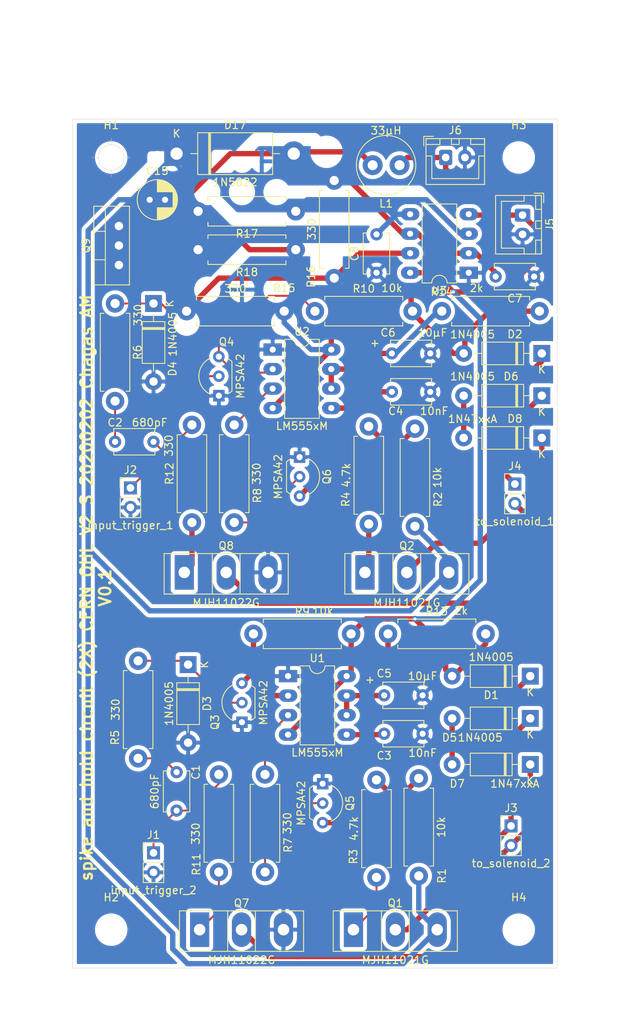
<source format=kicad_pcb>
(kicad_pcb (version 20171130) (host pcbnew "(5.1.7)-1")
  (layers (0 F.Cu signal) (31 B.Cu signal) (34 B.Paste user) (35 F.Paste user) (36 B.SilkS user) (37 F.SilkS user) (38 B.Mask user) (39 F.Mask user) (44 Edge.Cuts user))
  (net 0 "")
  (net 1 "Net-(C1-Pad1)")
  (net 2 input_trigger2)
  (net 3 "Net-(C2-Pad1)")
  (net 4 input_trigger1)
  (net 5 "Net-(C3-Pad2)")
  (net 6 GND)
  (net 7 "Net-(C4-Pad2)")
  (net 8 "Net-(C5-Pad1)")
  (net 9 "Net-(C6-Pad1)")
  (net 10 +24V)
  (net 11 +12V)
  (net 12 "Net-(D1-Pad1)")
  (net 13 "Net-(D2-Pad1)")
  (net 14 "Net-(D3-Pad1)")
  (net 15 "Net-(D4-Pad1)")
  (net 16 "Net-(D5-Pad2)")
  (net 17 "Net-(D6-Pad2)")
  (net 18 "Net-(D7-Pad1)")
  (net 19 "Net-(D8-Pad1)")
  (net 20 "Net-(Q1-Pad1)")
  (net 21 "Net-(Q2-Pad1)")
  (net 22 "Net-(Q7-Pad1)")
  (net 23 "Net-(Q8-Pad1)")
  (net 24 "Net-(Q5-Pad3)")
  (net 25 "Net-(Q6-Pad3)")
  (net 26 timed_trigger2)
  (net 27 "Net-(Q5-Pad2)")
  (net 28 "Net-(Q6-Pad2)")
  (net 29 timed_trigger1)
  (net 30 "Net-(Q3-Pad3)")
  (net 31 "Net-(Q4-Pad3)")
  (net 32 "Net-(R15-Pad2)")
  (net 33 "Net-(C7-Pad2)")
  (net 34 "Net-(C8-Pad2)")
  (net 35 "Net-(D17-Pad2)")
  (net 36 "Net-(Q9-Pad1)")
  (net 37 "Net-(R17-Pad1)")
  (module Resistor_THT:R_Axial_DIN0411_L9.9mm_D3.6mm_P12.70mm_Horizontal (layer F.Cu) (at 138 40.5 270)
    (fp_text reference R16 (at 12.5 3 90) (layer F.SilkS))
    (fp_text value 330 (at 6.35 2.92 90) (layer F.SilkS))
    (pad 1 thru_hole circle (at 0 0 270) (size 2.4 2.4) (drill 1.2) (layers *.Cu *.Mask) (net 33 "Net-(C7-Pad2)"))
    (pad 2 thru_hole oval (at 12.7 0 270) (size 2.4 2.4) (drill 1.2) (layers *.Cu *.Mask) (net 32 "Net-(R15-Pad2)"))
  )
  (module Resistor_THT:R_Axial_DIN0411_L9.9mm_D3.6mm_P12.70mm_Horizontal (layer F.Cu) (at 131.5 57.5 180)
    (fp_text reference R15 (at 0 3) (layer F.SilkS))
    (fp_text value 330 (at 6.35 2.92) (layer F.SilkS))
    (pad 1 thru_hole circle (at 0 0 180) (size 2.4 2.4) (drill 1.2) (layers *.Cu *.Mask) (net 11 +12V))
    (pad 2 thru_hole oval (at 12.7 0 180) (size 2.4 2.4) (drill 1.2) (layers *.Cu *.Mask) (net 32 "Net-(R15-Pad2)"))
  )
  (module Capacitor_THT:CP_Radial_D5.0mm_P2.00mm (layer F.Cu) (at 114 43)
    (fp_text reference C15 (at 1 -3.75) (layer F.SilkS))
    (fp_text value 22µF)
    (pad 2 thru_hole circle (at 2 0) (size 1.6 1.6) (drill 0.8) (layers *.Cu *.Mask) (net 6 GND))
    (pad 1 thru_hole rect (at 0 0) (size 1.6 1.6) (drill 0.8) (layers *.Cu *.Mask) (net 10 +24V))
  )
  (module Package_DIP:DIP-8_W7.62mm_LongPads (layer F.Cu) (at 155.5 52.5 180)
    (fp_text reference U3 (at 3.81 -2.33) (layer F.SilkS))
    (fp_text value LM555xM)
    (pad 8 thru_hole oval (at 7.62 0 180) (size 2.4 1.6) (drill 0.8) (layers *.Cu *.Mask) (net 11 +12V))
    (pad 4 thru_hole oval (at 0 7.62 180) (size 2.4 1.6) (drill 0.8) (layers *.Cu *.Mask) (net 11 +12V))
    (pad 7 thru_hole oval (at 7.62 2.54 180) (size 2.4 1.6) (drill 0.8) (layers *.Cu *.Mask) (net 32 "Net-(R15-Pad2)"))
    (pad 3 thru_hole oval (at 0 5.08 180) (size 2.4 1.6) (drill 0.8) (layers *.Cu *.Mask) (net 37 "Net-(R17-Pad1)"))
    (pad 6 thru_hole oval (at 7.62 5.08 180) (size 2.4 1.6) (drill 0.8) (layers *.Cu *.Mask) (net 33 "Net-(C7-Pad2)"))
    (pad 2 thru_hole oval (at 0 2.54 180) (size 2.4 1.6) (drill 0.8) (layers *.Cu *.Mask) (net 33 "Net-(C7-Pad2)"))
    (pad 5 thru_hole oval (at 7.62 7.62 180) (size 2.4 1.6) (drill 0.8) (layers *.Cu *.Mask) (net 34 "Net-(C8-Pad2)"))
    (pad 1 thru_hole rect (at 0 0 180) (size 2.4 1.6) (drill 0.8) (layers *.Cu *.Mask) (net 6 GND))
  )
  (module Resistor_THT:R_Axial_DIN0411_L9.9mm_D3.6mm_P12.70mm_Horizontal (layer F.Cu) (at 133 49.5 180)
    (fp_text reference R18 (at 6.35 -2.92) (layer F.SilkS))
    (fp_text value 1k)
    (pad 2 thru_hole oval (at 12.7 0 180) (size 2.4 2.4) (drill 1.2) (layers *.Cu *.Mask) (net 6 GND))
    (pad 1 thru_hole circle (at 0 0 180) (size 2.4 2.4) (drill 1.2) (layers *.Cu *.Mask) (net 36 "Net-(Q9-Pad1)"))
  )
  (module Resistor_THT:R_Axial_DIN0411_L9.9mm_D3.6mm_P12.70mm_Horizontal (layer F.Cu) (at 133 44.5 180)
    (fp_text reference R17 (at 6.35 -2.92) (layer F.SilkS))
    (fp_text value 47)
    (pad 2 thru_hole oval (at 12.7 0 180) (size 2.4 2.4) (drill 1.2) (layers *.Cu *.Mask) (net 36 "Net-(Q9-Pad1)"))
    (pad 1 thru_hole circle (at 0 0 180) (size 2.4 2.4) (drill 1.2) (layers *.Cu *.Mask) (net 37 "Net-(R17-Pad1)"))
  )
  (module Package_TO_SOT_THT:TO-220-3_Vertical (layer F.Cu) (at 110 51.5 90)
    (fp_text reference Q9 (at 2.54 -4.27 90) (layer F.SilkS))
    (fp_text value IRFZ24NPBF)
    (pad 3 thru_hole oval (at 5.08 0 90) (size 1.905 2) (drill 1.1) (layers *.Cu *.Mask) (net 6 GND))
    (pad 2 thru_hole oval (at 2.54 0 90) (size 1.905 2) (drill 1.1) (layers *.Cu *.Mask) (net 35 "Net-(D17-Pad2)"))
    (pad 1 thru_hole rect (at 0 0 90) (size 1.905 2) (drill 1.1) (layers *.Cu *.Mask) (net 36 "Net-(Q9-Pad1)"))
  )
  (module Connector_JST:JST_XH_B2B-XH-A_1x02_P2.50mm_Vertical (layer F.Cu) (at 152.5 37.5)
    (fp_text reference J6 (at 1.25 -3.55) (layer F.SilkS))
    (fp_text value Conn_01x02)
    (pad 2 thru_hole oval (at 2.5 0) (size 1.7 2) (drill 1) (layers *.Cu *.Mask) (net 6 GND))
    (pad 1 thru_hole roundrect (at 0 0) (size 1.7 2) (drill 1) (layers *.Cu *.Mask) (roundrect_rratio 0.147059) (net 11 +12V))
  )
  (module Connector_JST:JST_XH_B2B-XH-A_1x02_P2.50mm_Vertical (layer F.Cu) (at 162.5 45 270)
    (fp_text reference J5 (at 1.25 -3.55 90) (layer F.SilkS))
    (fp_text value Conn_01x02)
    (pad 2 thru_hole oval (at 2.5 0 270) (size 1.7 2) (drill 1) (layers *.Cu *.Mask) (net 6 GND))
    (pad 1 thru_hole roundrect (at 0 0 270) (size 1.7 2) (drill 1) (layers *.Cu *.Mask) (roundrect_rratio 0.147059) (net 11 +12V))
  )
  (module Capacitor_THT:C_Disc_D5.1mm_W3.2mm_P5.00mm (layer F.Cu) (at 143.5 52.5 90)
    (fp_text reference C8 (at 2.5 -2.85 90) (layer F.SilkS))
    (fp_text value 100nF)
    (pad 2 thru_hole circle (at 5 0 90) (size 1.6 1.6) (drill 0.8) (layers *.Cu *.Mask) (net 34 "Net-(C8-Pad2)"))
    (pad 1 thru_hole circle (at 0 0 90) (size 1.6 1.6) (drill 0.8) (layers *.Cu *.Mask) (net 6 GND))
  )
  (module Capacitor_THT:C_Disc_D5.1mm_W3.2mm_P5.00mm (layer F.Cu) (at 164 53 180)
    (fp_text reference C7 (at 2.5 -2.85) (layer F.SilkS))
    (fp_text value 10nF)
    (pad 2 thru_hole circle (at 5 0 180) (size 1.6 1.6) (drill 0.8) (layers *.Cu *.Mask) (net 33 "Net-(C7-Pad2)"))
    (pad 1 thru_hole circle (at 0 0 180) (size 1.6 1.6) (drill 0.8) (layers *.Cu *.Mask) (net 6 GND))
  )
  (module MountingHole:MountingHole_3.2mm_M3 (layer F.Cu) (at 162 37.5)
    (fp_text reference H3 (at 0 -4.2) (layer F.SilkS))
    (fp_text value MountingHole hide)
    (pad 1 np_thru_hole circle (at 0 0) (size 3.2 3.2) (drill 3.2) (layers *.Cu *.Mask))
  )
  (module Diode_THT:D_DO-41_SOD81_P10.16mm_Horizontal (layer F.Cu) (at 114.5 56.5 270)
    (fp_text reference D4 (at 8.5 -2.47 90) (layer F.SilkS))
    (fp_text value 1N4005 (at 4 -2.5 90) (layer F.SilkS))
    (fp_text user K (at 0 -2.1 90) (layer F.SilkS))
    (pad 1 thru_hole rect (at 0 0 270) (size 2.2 2.2) (drill 1.1) (layers *.Cu *.Mask) (net 15 "Net-(D4-Pad1)"))
    (pad 2 thru_hole oval (at 10.16 0 270) (size 2.2 2.2) (drill 1.1) (layers *.Cu *.Mask) (net 6 GND))
  )
  (module Capacitor_THT:C_Disc_D5.1mm_W3.2mm_P5.00mm (layer F.Cu) (at 117.5 117.5 270)
    (fp_text reference C1 (at 0 -2.5 90) (layer F.SilkS))
    (fp_text value 680pF (at 2.5 2.85 90) (layer F.SilkS))
    (pad 1 thru_hole circle (at 0 0 270) (size 1.6 1.6) (drill 0.8) (layers *.Cu *.Mask) (net 1 "Net-(C1-Pad1)"))
    (pad 2 thru_hole circle (at 5 0 270) (size 1.6 1.6) (drill 0.8) (layers *.Cu *.Mask) (net 2 input_trigger2))
  )
  (module Capacitor_THT:C_Disc_D5.1mm_W3.2mm_P5.00mm (layer F.Cu) (at 109.5 74.5)
    (fp_text reference C2 (at 0 -2.5) (layer F.SilkS))
    (fp_text value 680pF (at 4.5 -2.5) (layer F.SilkS))
    (pad 1 thru_hole circle (at 0 0) (size 1.6 1.6) (drill 0.8) (layers *.Cu *.Mask) (net 3 "Net-(C2-Pad1)"))
    (pad 2 thru_hole circle (at 5 0) (size 1.6 1.6) (drill 0.8) (layers *.Cu *.Mask) (net 4 input_trigger1))
  )
  (module Capacitor_THT:C_Disc_D5.1mm_W3.2mm_P5.00mm (layer F.Cu) (at 149.5 112.5 180)
    (fp_text reference C3 (at 5 -2.85) (layer F.SilkS))
    (fp_text value 10nF (at 0 -2.5) (layer F.SilkS))
    (pad 2 thru_hole circle (at 5 0 180) (size 1.6 1.6) (drill 0.8) (layers *.Cu *.Mask) (net 5 "Net-(C3-Pad2)"))
    (pad 1 thru_hole circle (at 0 0 180) (size 1.6 1.6) (drill 0.8) (layers *.Cu *.Mask) (net 6 GND))
  )
  (module Capacitor_THT:C_Disc_D5.1mm_W3.2mm_P5.00mm (layer F.Cu) (at 150.5 68 180)
    (fp_text reference C4 (at 4.5 -2.5) (layer F.SilkS))
    (fp_text value 10nF (at -0.5 -2.5) (layer F.SilkS))
    (pad 2 thru_hole circle (at 5 0 180) (size 1.6 1.6) (drill 0.8) (layers *.Cu *.Mask) (net 7 "Net-(C4-Pad2)"))
    (pad 1 thru_hole circle (at 0 0 180) (size 1.6 1.6) (drill 0.8) (layers *.Cu *.Mask) (net 6 GND))
  )
  (module Capacitor_THT:C_Disc_D5.1mm_W3.2mm_P5.00mm (layer F.Cu) (at 144.5 107.5)
    (fp_text reference C5 (at 0 -2.85) (layer F.SilkS))
    (fp_text value 10µF (at 5 -2.5) (layer F.SilkS))
    (pad 1 thru_hole circle (at 0 0) (size 1.6 1.6) (drill 0.8) (layers *.Cu *.Mask) (net 8 "Net-(C5-Pad1)"))
    (pad 2 thru_hole circle (at 5 0) (size 1.6 1.6) (drill 0.8) (layers *.Cu *.Mask) (net 6 GND))
  )
  (module Capacitor_THT:C_Disc_D5.1mm_W3.2mm_P5.00mm (layer F.Cu) (at 145.5 63)
    (fp_text reference C6 (at -0.5 -2.7) (layer F.SilkS))
    (fp_text value 10µF (at 5.3 -2.7) (layer F.SilkS))
    (pad 2 thru_hole circle (at 5 0) (size 1.6 1.6) (drill 0.8) (layers *.Cu *.Mask) (net 6 GND))
    (pad 1 thru_hole circle (at 0 0) (size 1.6 1.6) (drill 0.8) (layers *.Cu *.Mask) (net 9 "Net-(C6-Pad1)"))
  )
  (module Diode_THT:D_DO-41_SOD81_P10.16mm_Horizontal (layer F.Cu) (at 163.5 105 180)
    (fp_text reference D1 (at 5.08 -2.47) (layer F.SilkS))
    (fp_text value 1N4005 (at 5.08 2.47) (layer F.SilkS))
    (fp_text user K (at 0 -2.1) (layer F.SilkS))
    (pad 2 thru_hole oval (at 10.16 0 180) (size 2.2 2.2) (drill 1.1) (layers *.Cu *.Mask) (net 11 +12V))
    (pad 1 thru_hole rect (at 0 0 180) (size 2.2 2.2) (drill 1.1) (layers *.Cu *.Mask) (net 12 "Net-(D1-Pad1)"))
  )
  (module Diode_THT:D_DO-41_SOD81_P10.16mm_Horizontal (layer F.Cu) (at 165 63 180)
    (fp_text reference D2 (at 3.5 2.5) (layer F.SilkS))
    (fp_text value 1N4005 (at 9 2.47) (layer F.SilkS))
    (fp_text user K (at 0 -2.1) (layer F.SilkS))
    (pad 1 thru_hole rect (at 0 0 180) (size 2.2 2.2) (drill 1.1) (layers *.Cu *.Mask) (net 13 "Net-(D2-Pad1)"))
    (pad 2 thru_hole oval (at 10.16 0 180) (size 2.2 2.2) (drill 1.1) (layers *.Cu *.Mask) (net 11 +12V))
  )
  (module Diode_THT:D_DO-41_SOD81_P10.16mm_Horizontal (layer F.Cu) (at 119 103.5 270)
    (fp_text reference D3 (at 5.08 -2.47 90) (layer F.SilkS))
    (fp_text value 1N4005 (at 5.08 2.47 90) (layer F.SilkS))
    (fp_text user K (at 0 -2.1 90) (layer F.SilkS))
    (pad 2 thru_hole oval (at 10.16 0 270) (size 2.2 2.2) (drill 1.1) (layers *.Cu *.Mask) (net 6 GND))
    (pad 1 thru_hole rect (at 0 0 270) (size 2.2 2.2) (drill 1.1) (layers *.Cu *.Mask) (net 14 "Net-(D3-Pad1)"))
  )
  (module Diode_THT:D_DO-41_SOD81_P10.16mm_Horizontal (layer F.Cu) (at 163.5 110.5 180)
    (fp_text reference D5 (at 10.5 -2.5) (layer F.SilkS))
    (fp_text value 1N4005 (at 6.5 -2.5) (layer F.SilkS))
    (fp_text user K (at 0 -2.1) (layer F.SilkS))
    (pad 2 thru_hole oval (at 10.16 0 180) (size 2.2 2.2) (drill 1.1) (layers *.Cu *.Mask) (net 16 "Net-(D5-Pad2)"))
    (pad 1 thru_hole rect (at 0 0 180) (size 2.2 2.2) (drill 1.1) (layers *.Cu *.Mask) (net 12 "Net-(D1-Pad1)"))
  )
  (module Diode_THT:D_DO-41_SOD81_P10.16mm_Horizontal (layer F.Cu) (at 165 68.5 180)
    (fp_text reference D6 (at 4 2.5) (layer F.SilkS))
    (fp_text value 1N4005 (at 9 2.5) (layer F.SilkS))
    (fp_text user K (at 0 -2.1) (layer F.SilkS))
    (pad 2 thru_hole oval (at 10.16 0 180) (size 2.2 2.2) (drill 1.1) (layers *.Cu *.Mask) (net 17 "Net-(D6-Pad2)"))
    (pad 1 thru_hole rect (at 0 0 180) (size 2.2 2.2) (drill 1.1) (layers *.Cu *.Mask) (net 13 "Net-(D2-Pad1)"))
  )
  (module Diode_THT:D_DO-41_SOD81_P10.16mm_Horizontal (layer F.Cu) (at 163.5 116.5 180)
    (fp_text reference D7 (at 9.5 -2.5) (layer F.SilkS))
    (fp_text value 1N47xxA (at 2 -2.5) (layer F.SilkS))
    (fp_text user K (at 0 -2.1) (layer F.SilkS))
    (pad 1 thru_hole rect (at 0 0 180) (size 2.2 2.2) (drill 1.1) (layers *.Cu *.Mask) (net 18 "Net-(D7-Pad1)"))
    (pad 2 thru_hole oval (at 10.16 0 180) (size 2.2 2.2) (drill 1.1) (layers *.Cu *.Mask) (net 16 "Net-(D5-Pad2)"))
  )
  (module Diode_THT:D_DO-41_SOD81_P10.16mm_Horizontal (layer F.Cu) (at 165 74 180)
    (fp_text reference D8 (at 3.5 2.5) (layer F.SilkS))
    (fp_text value 1N47xxA (at 9 2.47) (layer F.SilkS))
    (fp_text user K (at 0 -2.1) (layer F.SilkS))
    (pad 2 thru_hole oval (at 10.16 0 180) (size 2.2 2.2) (drill 1.1) (layers *.Cu *.Mask) (net 17 "Net-(D6-Pad2)"))
    (pad 1 thru_hole rect (at 0 0 180) (size 2.2 2.2) (drill 1.1) (layers *.Cu *.Mask) (net 19 "Net-(D8-Pad1)"))
  )
  (module Diode_THT:D_DO-201AD_P15.24mm_Horizontal (layer F.Cu) (at 117.5 37)
    (fp_text reference D17 (at 7.62 -3.72) (layer F.SilkS))
    (fp_text value 1N5822 (at 7.62 3.72) (layer F.SilkS))
    (fp_text user K (at 0 -2.6) (layer F.SilkS))
    (pad 1 thru_hole rect (at 0 0) (size 3.2 3.2) (drill 1.6) (layers *.Cu *.Mask) (net 10 +24V))
    (pad 2 thru_hole oval (at 15.24 0) (size 3.2 3.2) (drill 1.6) (layers *.Cu *.Mask) (net 35 "Net-(D17-Pad2)"))
  )
  (module Connector_PinHeader_2.54mm:PinHeader_1x02_P2.54mm_Vertical (layer F.Cu) (at 114.5 128)
    (fp_text reference J1 (at 0 -2.33) (layer F.SilkS))
    (fp_text value input_trigger_2 (at 0 4.87) (layer F.SilkS))
    (pad 1 thru_hole rect (at 0 0) (size 1.7 1.7) (drill 1) (layers *.Cu *.Mask) (net 2 input_trigger2))
    (pad 2 thru_hole oval (at 0 2.54) (size 1.7 1.7) (drill 1) (layers *.Cu *.Mask) (net 6 GND))
  )
  (module Connector_PinHeader_2.54mm:PinHeader_1x02_P2.54mm_Vertical (layer F.Cu) (at 111.5 80.5)
    (fp_text reference J2 (at 0 -2.33) (layer F.SilkS))
    (fp_text value input_trigger_1 (at 0 4.87) (layer F.SilkS))
    (pad 1 thru_hole rect (at 0 0) (size 1.7 1.7) (drill 1) (layers *.Cu *.Mask) (net 4 input_trigger1))
    (pad 2 thru_hole oval (at 0 2.54) (size 1.7 1.7) (drill 1) (layers *.Cu *.Mask) (net 6 GND))
  )
  (module Connector_PinHeader_2.54mm:PinHeader_1x02_P2.54mm_Vertical (layer F.Cu) (at 161 124.5)
    (fp_text reference J3 (at 0 -2.33) (layer F.SilkS))
    (fp_text value to_solenoid_2 (at 0 4.87) (layer F.SilkS))
    (pad 1 thru_hole rect (at 0 0) (size 1.7 1.7) (drill 1) (layers *.Cu *.Mask) (net 12 "Net-(D1-Pad1)"))
    (pad 2 thru_hole oval (at 0 2.54) (size 1.7 1.7) (drill 1) (layers *.Cu *.Mask) (net 18 "Net-(D7-Pad1)"))
  )
  (module Connector_PinHeader_2.54mm:PinHeader_1x02_P2.54mm_Vertical (layer F.Cu) (at 161.5 80)
    (fp_text reference J4 (at 0 -2.33) (layer F.SilkS))
    (fp_text value to_solenoid_1 (at 0 4.87) (layer F.SilkS))
    (pad 2 thru_hole oval (at 0 2.54) (size 1.7 1.7) (drill 1) (layers *.Cu *.Mask) (net 19 "Net-(D8-Pad1)"))
    (pad 1 thru_hole rect (at 0 0) (size 1.7 1.7) (drill 1) (layers *.Cu *.Mask) (net 13 "Net-(D2-Pad1)"))
  )
  (module Inductor_THT:L_Radial_D7.5mm_P3.50mm_Fastron_07P (layer F.Cu) (at 146.5 38.5 180)
    (fp_text reference L1 (at 1.75 -5) (layer F.SilkS))
    (fp_text value 33µH (at 1.75 4.5) (layer F.SilkS))
    (pad 1 thru_hole circle (at 0 0 180) (size 2.6 2.6) (drill 1.3) (layers *.Cu *.Mask) (net 11 +12V))
    (pad 2 thru_hole circle (at 3.5 0 180) (size 2.6 2.6) (drill 1.3) (layers *.Cu *.Mask) (net 35 "Net-(D17-Pad2)"))
  )
  (module Package_TO_SOT_THT:TO-247-3_Vertical (layer F.Cu) (at 140.5 138)
    (fp_text reference Q1 (at 5.45 -3.45) (layer F.SilkS))
    (fp_text value MJH11021G (at 5.45 3.95) (layer F.SilkS))
    (pad 3 thru_hole oval (at 10.9 0) (size 2.5 4.5) (drill 1.5) (layers *.Cu *.Mask) (net 10 +24V))
    (pad 2 thru_hole oval (at 5.45 0) (size 2.5 4.5) (drill 1.5) (layers *.Cu *.Mask) (net 12 "Net-(D1-Pad1)"))
    (pad 1 thru_hole rect (at 0 0) (size 2.5 4.5) (drill 1.5) (layers *.Cu *.Mask) (net 20 "Net-(Q1-Pad1)"))
  )
  (module Package_TO_SOT_THT:TO-247-3_Vertical (layer F.Cu) (at 142 91.5)
    (fp_text reference Q2 (at 5.45 -3.45) (layer F.SilkS))
    (fp_text value MJH11021G (at 5.45 3.95) (layer F.SilkS))
    (pad 1 thru_hole rect (at 0 0) (size 2.5 4.5) (drill 1.5) (layers *.Cu *.Mask) (net 21 "Net-(Q2-Pad1)"))
    (pad 2 thru_hole oval (at 5.45 0) (size 2.5 4.5) (drill 1.5) (layers *.Cu *.Mask) (net 13 "Net-(D2-Pad1)"))
    (pad 3 thru_hole oval (at 10.9 0) (size 2.5 4.5) (drill 1.5) (layers *.Cu *.Mask) (net 10 +24V))
  )
  (module Package_TO_SOT_THT:TO-247-3_Vertical (layer F.Cu) (at 120.5 138)
    (fp_text reference Q7 (at 5.45 -3.45) (layer F.SilkS))
    (fp_text value MJH11022G (at 5.45 3.95) (layer F.SilkS))
    (pad 3 thru_hole oval (at 10.9 0) (size 2.5 4.5) (drill 1.5) (layers *.Cu *.Mask) (net 6 GND))
    (pad 2 thru_hole oval (at 5.45 0) (size 2.5 4.5) (drill 1.5) (layers *.Cu *.Mask) (net 18 "Net-(D7-Pad1)"))
    (pad 1 thru_hole rect (at 0 0) (size 2.5 4.5) (drill 1.5) (layers *.Cu *.Mask) (net 22 "Net-(Q7-Pad1)"))
  )
  (module Package_TO_SOT_THT:TO-247-3_Vertical (layer F.Cu) (at 118.5 91.5)
    (fp_text reference Q8 (at 5.45 -3.45) (layer F.SilkS))
    (fp_text value MJH11022G (at 5.45 3.95) (layer F.SilkS))
    (pad 3 thru_hole oval (at 10.9 0) (size 2.5 4.5) (drill 1.5) (layers *.Cu *.Mask) (net 6 GND))
    (pad 2 thru_hole oval (at 5.45 0) (size 2.5 4.5) (drill 1.5) (layers *.Cu *.Mask) (net 19 "Net-(D8-Pad1)"))
    (pad 1 thru_hole rect (at 0 0) (size 2.5 4.5) (drill 1.5) (layers *.Cu *.Mask) (net 23 "Net-(Q8-Pad1)"))
  )
  (module Resistor_THT:R_Axial_DIN0411_L9.9mm_D3.6mm_P12.70mm_Horizontal (layer F.Cu) (at 149 131 90)
    (fp_text reference R1 (at 0 3 90) (layer F.SilkS))
    (fp_text value 10k (at 6.35 2.92 90) (layer F.SilkS))
    (pad 1 thru_hole circle (at 0 0 90) (size 2.4 2.4) (drill 1.2) (layers *.Cu *.Mask) (net 10 +24V))
    (pad 2 thru_hole oval (at 12.7 0 90) (size 2.4 2.4) (drill 1.2) (layers *.Cu *.Mask) (net 24 "Net-(Q5-Pad3)"))
  )
  (module Resistor_THT:R_Axial_DIN0411_L9.9mm_D3.6mm_P12.70mm_Horizontal (layer F.Cu) (at 148.5 85.5 90)
    (fp_text reference R2 (at 3.5 3 90) (layer F.SilkS))
    (fp_text value 10k (at 6.35 2.92 90) (layer F.SilkS))
    (pad 2 thru_hole oval (at 12.7 0 90) (size 2.4 2.4) (drill 1.2) (layers *.Cu *.Mask) (net 25 "Net-(Q6-Pad3)"))
    (pad 1 thru_hole circle (at 0 0 90) (size 2.4 2.4) (drill 1.2) (layers *.Cu *.Mask) (net 10 +24V))
  )
  (module Resistor_THT:R_Axial_DIN0411_L9.9mm_D3.6mm_P12.70mm_Horizontal (layer F.Cu) (at 143.5 118.5 270)
    (fp_text reference R3 (at 10 3 90) (layer F.SilkS))
    (fp_text value 4.7k (at 6.35 2.92 90) (layer F.SilkS))
    (pad 2 thru_hole oval (at 12.7 0 270) (size 2.4 2.4) (drill 1.2) (layers *.Cu *.Mask) (net 20 "Net-(Q1-Pad1)"))
    (pad 1 thru_hole circle (at 0 0 270) (size 2.4 2.4) (drill 1.2) (layers *.Cu *.Mask) (net 24 "Net-(Q5-Pad3)"))
  )
  (module Resistor_THT:R_Axial_DIN0411_L9.9mm_D3.6mm_P12.70mm_Horizontal (layer F.Cu) (at 142.5 72.5 270)
    (fp_text reference R4 (at 9.5 3 90) (layer F.SilkS))
    (fp_text value 4.7k (at 6.35 2.92 90) (layer F.SilkS))
    (pad 1 thru_hole circle (at 0 0 270) (size 2.4 2.4) (drill 1.2) (layers *.Cu *.Mask) (net 25 "Net-(Q6-Pad3)"))
    (pad 2 thru_hole oval (at 12.7 0 270) (size 2.4 2.4) (drill 1.2) (layers *.Cu *.Mask) (net 21 "Net-(Q2-Pad1)"))
  )
  (module Resistor_THT:R_Axial_DIN0411_L9.9mm_D3.6mm_P12.70mm_Horizontal (layer F.Cu) (at 112.5 103 270)
    (fp_text reference R5 (at 10 3 90) (layer F.SilkS))
    (fp_text value 330 (at 6.35 2.92 90) (layer F.SilkS))
    (pad 2 thru_hole oval (at 12.7 0 270) (size 2.4 2.4) (drill 1.2) (layers *.Cu *.Mask) (net 1 "Net-(C1-Pad1)"))
    (pad 1 thru_hole circle (at 0 0 270) (size 2.4 2.4) (drill 1.2) (layers *.Cu *.Mask) (net 14 "Net-(D3-Pad1)"))
  )
  (module Resistor_THT:R_Axial_DIN0411_L9.9mm_D3.6mm_P12.70mm_Horizontal (layer F.Cu) (at 109.5 56.5 270)
    (fp_text reference R6 (at 6.35 -2.92 90) (layer F.SilkS))
    (fp_text value 330 (at 1.5 -3 90) (layer F.SilkS))
    (pad 1 thru_hole circle (at 0 0 270) (size 2.4 2.4) (drill 1.2) (layers *.Cu *.Mask) (net 15 "Net-(D4-Pad1)"))
    (pad 2 thru_hole oval (at 12.7 0 270) (size 2.4 2.4) (drill 1.2) (layers *.Cu *.Mask) (net 3 "Net-(C2-Pad1)"))
  )
  (module Resistor_THT:R_Axial_DIN0411_L9.9mm_D3.6mm_P12.70mm_Horizontal (layer F.Cu) (at 129 130.5 90)
    (fp_text reference R7 (at 3.5 3 90) (layer F.SilkS))
    (fp_text value 330 (at 6.35 2.92 90) (layer F.SilkS))
    (pad 2 thru_hole oval (at 12.7 0 90) (size 2.4 2.4) (drill 1.2) (layers *.Cu *.Mask) (net 26 timed_trigger2))
    (pad 1 thru_hole circle (at 0 0 90) (size 2.4 2.4) (drill 1.2) (layers *.Cu *.Mask) (net 27 "Net-(Q5-Pad2)"))
  )
  (module Resistor_THT:R_Axial_DIN0411_L9.9mm_D3.6mm_P12.70mm_Horizontal (layer F.Cu) (at 125 85 90)
    (fp_text reference R8 (at 3.5 3 90) (layer F.SilkS))
    (fp_text value 330 (at 6.35 2.92 90) (layer F.SilkS))
    (pad 1 thru_hole circle (at 0 0 90) (size 2.4 2.4) (drill 1.2) (layers *.Cu *.Mask) (net 28 "Net-(Q6-Pad2)"))
    (pad 2 thru_hole oval (at 12.7 0 90) (size 2.4 2.4) (drill 1.2) (layers *.Cu *.Mask) (net 29 timed_trigger1))
  )
  (module Resistor_THT:R_Axial_DIN0411_L9.9mm_D3.6mm_P12.70mm_Horizontal (layer F.Cu) (at 127.5 99.5)
    (fp_text reference R9 (at 6.35 -2.92) (layer F.SilkS))
    (fp_text value 10k (at 9 -3) (layer F.SilkS))
    (pad 1 thru_hole circle (at 0 0) (size 2.4 2.4) (drill 1.2) (layers *.Cu *.Mask) (net 30 "Net-(Q3-Pad3)"))
    (pad 2 thru_hole oval (at 12.7 0) (size 2.4 2.4) (drill 1.2) (layers *.Cu *.Mask) (net 11 +12V))
  )
  (module Resistor_THT:R_Axial_DIN0411_L9.9mm_D3.6mm_P12.70mm_Horizontal (layer F.Cu) (at 135.5 57.5)
    (fp_text reference R10 (at 6.35 -2.92) (layer F.SilkS))
    (fp_text value 10k (at 10 -3) (layer F.SilkS))
    (pad 2 thru_hole oval (at 12.7 0) (size 2.4 2.4) (drill 1.2) (layers *.Cu *.Mask) (net 11 +12V))
    (pad 1 thru_hole circle (at 0 0) (size 2.4 2.4) (drill 1.2) (layers *.Cu *.Mask) (net 31 "Net-(Q4-Pad3)"))
  )
  (module Resistor_THT:R_Axial_DIN0411_L9.9mm_D3.6mm_P12.70mm_Horizontal (layer F.Cu) (at 123 130.5 90)
    (fp_text reference R11 (at 1 -2.92 90) (layer F.SilkS))
    (fp_text value 330 (at 5 -3 90) (layer F.SilkS))
    (pad 1 thru_hole circle (at 0 0 90) (size 2.4 2.4) (drill 1.2) (layers *.Cu *.Mask) (net 22 "Net-(Q7-Pad1)"))
    (pad 2 thru_hole oval (at 12.7 0 90) (size 2.4 2.4) (drill 1.2) (layers *.Cu *.Mask) (net 2 input_trigger2))
  )
  (module Resistor_THT:R_Axial_DIN0411_L9.9mm_D3.6mm_P12.70mm_Horizontal (layer F.Cu) (at 119.5 85 90)
    (fp_text reference R12 (at 6.35 -2.92 90) (layer F.SilkS))
    (fp_text value 330 (at 10 -3 90) (layer F.SilkS))
    (pad 2 thru_hole oval (at 12.7 0 90) (size 2.4 2.4) (drill 1.2) (layers *.Cu *.Mask) (net 4 input_trigger1))
    (pad 1 thru_hole circle (at 0 0 90) (size 2.4 2.4) (drill 1.2) (layers *.Cu *.Mask) (net 23 "Net-(Q8-Pad1)"))
  )
  (module Resistor_THT:R_Axial_DIN0411_L9.9mm_D3.6mm_P12.70mm_Horizontal (layer F.Cu) (at 145 99.5)
    (fp_text reference R13 (at 6.35 -2.92) (layer F.SilkS))
    (fp_text value 2k (at 9.5 -3) (layer F.SilkS))
    (pad 2 thru_hole oval (at 12.7 0) (size 2.4 2.4) (drill 1.2) (layers *.Cu *.Mask) (net 11 +12V))
    (pad 1 thru_hole circle (at 0 0) (size 2.4 2.4) (drill 1.2) (layers *.Cu *.Mask) (net 8 "Net-(C5-Pad1)"))
  )
  (module Resistor_THT:R_Axial_DIN0411_L9.9mm_D3.6mm_P12.70mm_Horizontal (layer F.Cu) (at 152 57.5)
    (fp_text reference R14 (at 0 -2.5) (layer F.SilkS))
    (fp_text value 2k (at 4.5 -3) (layer F.SilkS))
    (pad 1 thru_hole circle (at 0 0) (size 2.4 2.4) (drill 1.2) (layers *.Cu *.Mask) (net 9 "Net-(C6-Pad1)"))
    (pad 2 thru_hole oval (at 12.7 0) (size 2.4 2.4) (drill 1.2) (layers *.Cu *.Mask) (net 11 +12V))
  )
  (module Package_DIP:DIP-8_W7.62mm_LongPads (layer F.Cu) (at 132 105)
    (fp_text reference U1 (at 3.81 -2.33) (layer F.SilkS))
    (fp_text value LM555xM (at 3.81 9.95) (layer F.SilkS))
    (pad 1 thru_hole rect (at 0 0) (size 2.4 1.6) (drill 0.8) (layers *.Cu *.Mask) (net 6 GND))
    (pad 5 thru_hole oval (at 7.62 7.62) (size 2.4 1.6) (drill 0.8) (layers *.Cu *.Mask) (net 5 "Net-(C3-Pad2)"))
    (pad 2 thru_hole oval (at 0 2.54) (size 2.4 1.6) (drill 0.8) (layers *.Cu *.Mask) (net 30 "Net-(Q3-Pad3)"))
    (pad 6 thru_hole oval (at 7.62 5.08) (size 2.4 1.6) (drill 0.8) (layers *.Cu *.Mask) (net 8 "Net-(C5-Pad1)"))
    (pad 3 thru_hole oval (at 0 5.08) (size 2.4 1.6) (drill 0.8) (layers *.Cu *.Mask) (net 26 timed_trigger2))
    (pad 7 thru_hole oval (at 7.62 2.54) (size 2.4 1.6) (drill 0.8) (layers *.Cu *.Mask) (net 8 "Net-(C5-Pad1)"))
    (pad 4 thru_hole oval (at 0 7.62) (size 2.4 1.6) (drill 0.8) (layers *.Cu *.Mask) (net 11 +12V))
    (pad 8 thru_hole oval (at 7.62 0) (size 2.4 1.6) (drill 0.8) (layers *.Cu *.Mask) (net 11 +12V))
  )
  (module Package_DIP:DIP-8_W7.62mm_LongPads (layer F.Cu) (at 130 62.5)
    (fp_text reference U2 (at 3.81 -2.33) (layer F.SilkS))
    (fp_text value LM555xM (at 3.81 9.95) (layer F.SilkS))
    (pad 1 thru_hole rect (at 0 0) (size 2.4 1.6) (drill 0.8) (layers *.Cu *.Mask) (net 6 GND))
    (pad 5 thru_hole oval (at 7.62 7.62) (size 2.4 1.6) (drill 0.8) (layers *.Cu *.Mask) (net 7 "Net-(C4-Pad2)"))
    (pad 2 thru_hole oval (at 0 2.54) (size 2.4 1.6) (drill 0.8) (layers *.Cu *.Mask) (net 31 "Net-(Q4-Pad3)"))
    (pad 6 thru_hole oval (at 7.62 5.08) (size 2.4 1.6) (drill 0.8) (layers *.Cu *.Mask) (net 9 "Net-(C6-Pad1)"))
    (pad 3 thru_hole oval (at 0 5.08) (size 2.4 1.6) (drill 0.8) (layers *.Cu *.Mask) (net 29 timed_trigger1))
    (pad 7 thru_hole oval (at 7.62 2.54) (size 2.4 1.6) (drill 0.8) (layers *.Cu *.Mask) (net 9 "Net-(C6-Pad1)"))
    (pad 4 thru_hole oval (at 0 7.62) (size 2.4 1.6) (drill 0.8) (layers *.Cu *.Mask) (net 11 +12V))
    (pad 8 thru_hole oval (at 7.62 0) (size 2.4 1.6) (drill 0.8) (layers *.Cu *.Mask) (net 11 +12V))
  )
  (module Package_TO_SOT_THT:TO-92L_Inline_Wide (layer F.Cu) (at 126 111 90)
    (fp_text reference Q3 (at 0 -3.5 90) (layer F.SilkS))
    (fp_text value MPSA42 (at 2.54 2.79 90) (layer F.SilkS))
    (pad 2 thru_hole circle (at 2.54 0 90) (size 1.5 1.5) (drill 0.8) (layers *.Cu *.Mask) (net 14 "Net-(D3-Pad1)"))
    (pad 3 thru_hole circle (at 5.08 0 90) (size 1.5 1.5) (drill 0.8) (layers *.Cu *.Mask) (net 30 "Net-(Q3-Pad3)"))
    (pad 1 thru_hole rect (at 0 0 90) (size 1.5 1.5) (drill 0.8) (layers *.Cu *.Mask) (net 6 GND))
  )
  (module Package_TO_SOT_THT:TO-92L_Inline_Wide (layer F.Cu) (at 123 68.5 90)
    (fp_text reference Q4 (at 7 1 180) (layer F.SilkS))
    (fp_text value MPSA42 (at 2.54 2.79 90) (layer F.SilkS))
    (pad 1 thru_hole rect (at 0 0 90) (size 1.5 1.5) (drill 0.8) (layers *.Cu *.Mask) (net 6 GND))
    (pad 3 thru_hole circle (at 5.08 0 90) (size 1.5 1.5) (drill 0.8) (layers *.Cu *.Mask) (net 31 "Net-(Q4-Pad3)"))
    (pad 2 thru_hole circle (at 2.54 0 90) (size 1.5 1.5) (drill 0.8) (layers *.Cu *.Mask) (net 15 "Net-(D4-Pad1)"))
  )
  (module Package_TO_SOT_THT:TO-92L_Inline_Wide (layer F.Cu) (at 136.5 119 270)
    (fp_text reference Q5 (at 2.54 -3.56 90) (layer F.SilkS))
    (fp_text value MPSA42 (at 2.54 2.79 90) (layer F.SilkS))
    (pad 1 thru_hole rect (at 0 0 270) (size 1.5 1.5) (drill 0.8) (layers *.Cu *.Mask) (net 6 GND))
    (pad 3 thru_hole circle (at 5.08 0 270) (size 1.5 1.5) (drill 0.8) (layers *.Cu *.Mask) (net 24 "Net-(Q5-Pad3)"))
    (pad 2 thru_hole circle (at 2.54 0 270) (size 1.5 1.5) (drill 0.8) (layers *.Cu *.Mask) (net 27 "Net-(Q5-Pad2)"))
  )
  (module Package_TO_SOT_THT:TO-92L_Inline_Wide (layer F.Cu) (at 133.5 76.5 270)
    (fp_text reference Q6 (at 2.54 -3.56 90) (layer F.SilkS))
    (fp_text value MPSA42 (at 2.54 2.79 90) (layer F.SilkS))
    (pad 1 thru_hole rect (at 0 0 270) (size 1.5 1.5) (drill 0.8) (layers *.Cu *.Mask) (net 6 GND))
    (pad 3 thru_hole circle (at 5.08 0 270) (size 1.5 1.5) (drill 0.8) (layers *.Cu *.Mask) (net 25 "Net-(Q6-Pad3)"))
    (pad 2 thru_hole circle (at 2.54 0 270) (size 1.5 1.5) (drill 0.8) (layers *.Cu *.Mask) (net 28 "Net-(Q6-Pad2)"))
  )
  (module MountingHole:MountingHole_3.2mm_M3 (layer F.Cu) (at 109 37.5)
    (fp_text reference H1 (at 0 -4.2) (layer F.SilkS))
    (fp_text value MountingHole hide)
    (pad 1 np_thru_hole circle (at 0 0) (size 3.2 3.2) (drill 3.2) (layers *.Cu *.Mask))
  )
  (module MountingHole:MountingHole_3.2mm_M3 (layer F.Cu) (at 109 138)
    (fp_text reference H2 (at 0 -4.2) (layer F.SilkS))
    (fp_text value MountingHole hide)
    (pad 1 np_thru_hole circle (at 0 0) (size 3.2 3.2) (drill 3.2) (layers *.Cu *.Mask))
  )
  (module MountingHole:MountingHole_3.2mm_M3 (layer F.Cu) (at 162 138)
    (fp_text reference H4 (at 0 -4.2) (layer F.SilkS))
    (fp_text value MountingHole hide)
    (pad 1 np_thru_hole circle (at 0 0) (size 3.2 3.2) (drill 3.2) (layers *.Cu *.Mask))
  )
  (gr_text + (at 142.655 105.445) (layer F.SilkS) (effects (font (size 1 1))))
  (gr_text + (at 143.29 61.63) (layer F.SilkS) (effects (font (size 1 1))))
  (target plus (at 109 37.5) (size 5) (width 0.05) (layer Edge.Cuts))
  (gr_text "spike and hold circuit (2X) CERN OHL V2 S 20200202 Chagas AM\nV0.1\n" (at 107 93.5 90) (layer F.SilkS) (effects (font (size 1.5 1.5) (thickness 0.3))))
  (gr_line (start 104 143) (end 104 32.5) (layer Edge.Cuts) (width 0.05))
  (gr_line (start 167 143) (end 104 143) (layer Edge.Cuts) (width 0.05))
  (gr_line (start 167 32.5) (end 167 143) (layer Edge.Cuts) (width 0.05))
  (gr_line (start 104 32.5) (end 167 32.5) (layer Edge.Cuts) (width 0.05))
  (segment (start 147.5 55) (end 148 55.5) (width 0.7) (layer F.Cu) (net 11))
  (segment (start 148 55.5) (end 148.5 55) (width 0.7) (layer F.Cu) (net 11))
  (segment (start 115.7 115.7) (end 117.5 117.5) (width 0.25) (layer F.Cu) (net 1))
  (segment (start 112.5 115.7) (end 115.7 115.7) (width 0.25) (layer F.Cu) (net 1))
  (segment (start 114.5 125.5) (end 117.5 122.5) (width 0.25) (layer F.Cu) (net 2))
  (segment (start 114.5 128) (end 114.5 125.5) (width 0.25) (layer F.Cu) (net 2))
  (segment (start 117.5 122.5) (end 119.5 122.5) (width 0.25) (layer F.Cu) (net 2))
  (segment (start 123 119) (end 123 117.8) (width 0.25) (layer F.Cu) (net 2))
  (segment (start 119.5 122.5) (end 123 119) (width 0.25) (layer F.Cu) (net 2))
  (segment (start 109.5 70.2) (end 110.5 69.2) (width 0.25) (layer F.Cu) (net 3))
  (segment (start 109.5 74.5) (end 109.5 70.2) (width 0.25) (layer F.Cu) (net 3))
  (segment (start 119.5 72.5) (end 119.5 72.3) (width 0.25) (layer F.Cu) (net 4))
  (segment (start 114.5 74.5) (end 115.5 75.5) (width 0.25) (layer F.Cu) (net 4))
  (segment (start 116.5 75.5) (end 117 75) (width 0.25) (layer F.Cu) (net 4))
  (segment (start 115.5 75.5) (end 116.5 75.5) (width 0.25) (layer F.Cu) (net 4))
  (segment (start 117 75) (end 119.5 72.5) (width 0.25) (layer F.Cu) (net 4))
  (segment (start 111.5 80.5) (end 117 75) (width 0.25) (layer F.Cu) (net 4))
  (segment (start 144.38 112.62) (end 144.5 112.5) (width 0.7) (layer F.Cu) (net 5))
  (segment (start 139.62 112.62) (end 144.38 112.62) (width 0.7) (layer F.Cu) (net 5))
  (segment (start 137.62 70.12) (end 139.38 70.12) (width 0.7) (layer F.Cu) (net 7))
  (segment (start 141.5 68) (end 145.5 68) (width 0.7) (layer F.Cu) (net 7))
  (segment (start 139.38 70.12) (end 141.5 68) (width 0.7) (layer F.Cu) (net 7))
  (segment (start 139.62 107.54) (end 139.62 110.08) (width 0.7) (layer F.Cu) (net 8))
  (segment (start 144.46 107.54) (end 144.5 107.5) (width 0.7) (layer F.Cu) (net 8))
  (segment (start 142.04 107.54) (end 144.46 107.54) (width 0.7) (layer F.Cu) (net 8))
  (segment (start 139.62 107.54) (end 142.04 107.54) (width 0.7) (layer F.Cu) (net 8))
  (segment (start 145 104.58) (end 142.04 107.54) (width 0.7) (layer F.Cu) (net 8))
  (segment (start 145 99.5) (end 145 104.58) (width 0.7) (layer F.Cu) (net 8))
  (segment (start 137.62 67.58) (end 137.62 65.04) (width 0.7) (layer F.Cu) (net 9))
  (segment (start 142.5 63) (end 145.5 63) (width 0.7) (layer F.Cu) (net 9))
  (segment (start 140.46 65.04) (end 142.5 63) (width 0.7) (layer F.Cu) (net 9))
  (segment (start 137.62 65.04) (end 140.46 65.04) (width 0.7) (layer F.Cu) (net 9))
  (segment (start 151.5 57.5) (end 152 57.5) (width 0.7) (layer B.Cu) (net 9))
  (segment (start 146 63) (end 151.5 57.5) (width 0.7) (layer B.Cu) (net 9))
  (segment (start 145.5 63) (end 146 63) (width 0.7) (layer B.Cu) (net 9))
  (segment (start 117 138.5) (end 106 127.5) (width 0.7) (layer B.Cu) (net 10))
  (segment (start 117 138.5) (end 117 140.5) (width 0.7) (layer B.Cu) (net 10))
  (segment (start 117 140.5) (end 118.92499 142.42499) (width 0.7) (layer B.Cu) (net 10))
  (segment (start 106 88.5) (end 106 127.5) (width 0.7) (layer B.Cu) (net 10))
  (segment (start 118.92499 142.42499) (end 119.5 142.42499) (width 0.7) (layer B.Cu) (net 10))
  (segment (start 152.9 89.9) (end 148.5 85.5) (width 0.7) (layer B.Cu) (net 10))
  (segment (start 152.9 91.5) (end 152.9 89.9) (width 0.7) (layer B.Cu) (net 10))
  (segment (start 144.47501 142.42499) (end 118.92499 142.42499) (width 0.7) (layer B.Cu) (net 10))
  (segment (start 144.47501 142.42499) (end 146.97501 142.42499) (width 0.7) (layer B.Cu) (net 10))
  (segment (start 146.97501 142.42499) (end 151.4 138) (width 0.7) (layer B.Cu) (net 10))
  (segment (start 149 135.6) (end 151.4 138) (width 0.7) (layer B.Cu) (net 10))
  (segment (start 149 131) (end 149 135.6) (width 0.7) (layer B.Cu) (net 10))
  (segment (start 147.9 96.5) (end 152.9 91.5) (width 0.7) (layer B.Cu) (net 10))
  (segment (start 106 88.5) (end 114 96.5) (width 0.7) (layer B.Cu) (net 10))
  (segment (start 114 96.5) (end 147.9 96.5) (width 0.7) (layer B.Cu) (net 10))
  (segment (start 132 112.62) (end 139.62 105) (width 0.7) (layer F.Cu) (net 11))
  (segment (start 130 70.12) (end 137.62 62.5) (width 0.7) (layer F.Cu) (net 11))
  (segment (start 160 45) (end 162.5 45) (width 0.7) (layer F.Cu) (net 11))
  (segment (start 155.62 45) (end 155.5 44.88) (width 0.7) (layer F.Cu) (net 11))
  (segment (start 152.5 39) (end 152.5 37.5) (width 0.7) (layer F.Cu) (net 11))
  (segment (start 157.5 40) (end 153.5 40) (width 0.7) (layer F.Cu) (net 11))
  (segment (start 159.5 42) (end 157.5 40) (width 0.7) (layer F.Cu) (net 11))
  (segment (start 153.5 40) (end 152.5 39) (width 0.7) (layer F.Cu) (net 11))
  (segment (start 160 45) (end 159.5 44.5) (width 0.7) (layer F.Cu) (net 11))
  (segment (start 159.5 44.5) (end 159.5 42) (width 0.7) (layer F.Cu) (net 11))
  (segment (start 159.5 45) (end 159.5 44.5) (width 0.7) (layer F.Cu) (net 11))
  (segment (start 159.5 44.5) (end 159 45) (width 0.7) (layer F.Cu) (net 11))
  (segment (start 159 45) (end 155.62 45) (width 0.7) (layer F.Cu) (net 11))
  (segment (start 160 45) (end 159 45) (width 0.7) (layer F.Cu) (net 11))
  (segment (start 147.5 37.5) (end 146.5 38.5) (width 0.7) (layer F.Cu) (net 11))
  (segment (start 152.5 37.5) (end 147.5 37.5) (width 0.7) (layer F.Cu) (net 11))
  (via (at 153.49999 55) (size 0.8) (drill 0.4) (layers F.Cu B.Cu) (net 11))
  (segment (start 160 55) (end 153.49999 55) (width 0.7) (layer F.Cu) (net 11))
  (segment (start 147.88 52.5) (end 150.99999 52.5) (width 0.7) (layer F.Cu) (net 11))
  (segment (start 164.5 50.5) (end 160 55) (width 0.7) (layer F.Cu) (net 11))
  (segment (start 150.99999 52.5) (end 153.49999 55) (width 0.7) (layer F.Cu) (net 11))
  (segment (start 164.5 47) (end 164.5 50.5) (width 0.7) (layer F.Cu) (net 11))
  (segment (start 162.5 45) (end 164.5 47) (width 0.7) (layer F.Cu) (net 11))
  (segment (start 151.434315 55) (end 153.49999 55) (width 0.7) (layer F.Cu) (net 11))
  (segment (start 143.2 55) (end 151.434315 55) (width 0.7) (layer F.Cu) (net 11))
  (segment (start 137.62 60.58) (end 143.2 55) (width 0.7) (layer F.Cu) (net 11))
  (segment (start 137.62 62.5) (end 137.62 60.58) (width 0.7) (layer F.Cu) (net 11))
  (segment (start 148 55) (end 151.434315 55) (width 0.7) (layer F.Cu) (net 11))
  (segment (start 148 57.5) (end 148 55) (width 0.7) (layer F.Cu) (net 11))
  (segment (start 153.5 63) (end 148 57.5) (width 0.7) (layer F.Cu) (net 11))
  (segment (start 154.84 63) (end 153.5 63) (width 0.7) (layer F.Cu) (net 11))
  (segment (start 158.2 57.5) (end 164.7 57.5) (width 0.7) (layer F.Cu) (net 11))
  (segment (start 155 60.7) (end 158.2 57.5) (width 0.7) (layer F.Cu) (net 11))
  (segment (start 155 63) (end 155 60.7) (width 0.7) (layer F.Cu) (net 11))
  (segment (start 154.84 63) (end 155 63) (width 0.7) (layer F.Cu) (net 11))
  (segment (start 140.2 99.5) (end 140.2 104.42) (width 0.7) (layer F.Cu) (net 11))
  (segment (start 140.2 104.42) (end 139.62 105) (width 0.7) (layer F.Cu) (net 11))
  (segment (start 142.147817 97.552183) (end 148.5 97.552183) (width 0.7) (layer F.Cu) (net 11))
  (segment (start 140.2 99.5) (end 142.147817 97.552183) (width 0.7) (layer F.Cu) (net 11))
  (segment (start 151.947817 97.552183) (end 148.5 97.552183) (width 0.7) (layer B.Cu) (net 11))
  (segment (start 157 92.5) (end 151.947817 97.552183) (width 0.7) (layer B.Cu) (net 11))
  (segment (start 157 58.50001) (end 157 92.5) (width 0.7) (layer B.Cu) (net 11))
  (segment (start 153.49999 55) (end 157 58.50001) (width 0.7) (layer B.Cu) (net 11))
  (via (at 148.5 97.552183) (size 0.8) (drill 0.4) (layers F.Cu B.Cu) (net 11))
  (segment (start 153.5 105) (end 153.34 105) (width 0.7) (layer F.Cu) (net 11))
  (segment (start 157.7 100.8) (end 153.5 105) (width 0.7) (layer F.Cu) (net 11))
  (segment (start 157.7 99.5) (end 157.7 100.8) (width 0.7) (layer F.Cu) (net 11))
  (segment (start 152.5 101.552183) (end 148.5 97.552183) (width 0.7) (layer F.Cu) (net 11))
  (segment (start 152.5 104.16) (end 152.5 101.552183) (width 0.7) (layer F.Cu) (net 11))
  (segment (start 153.34 105) (end 152.5 104.16) (width 0.7) (layer F.Cu) (net 11))
  (segment (start 161 113) (end 163.5 110.5) (width 0.7) (layer F.Cu) (net 12))
  (segment (start 161 107.5) (end 163.5 105) (width 0.7) (layer F.Cu) (net 12))
  (segment (start 161 113) (end 161 107.5) (width 0.7) (layer F.Cu) (net 12))
  (segment (start 161 124.5) (end 161 113) (width 0.7) (layer F.Cu) (net 12))
  (segment (start 161 124.5) (end 151.4 134.1) (width 0.7) (layer F.Cu) (net 12))
  (segment (start 147.5 138) (end 151.4 134.1) (width 0.7) (layer F.Cu) (net 12))
  (segment (start 145.95 138) (end 147.5 138) (width 0.7) (layer F.Cu) (net 12))
  (segment (start 165 64) (end 158.5 70.5) (width 0.7) (layer F.Cu) (net 13))
  (segment (start 165 63) (end 165 64) (width 0.7) (layer F.Cu) (net 13))
  (segment (start 158.5 77) (end 161.5 80) (width 0.7) (layer F.Cu) (net 13))
  (segment (start 158.5 70.5) (end 158.5 73.5) (width 0.7) (layer F.Cu) (net 13))
  (segment (start 158.5 73.5) (end 158.5 74.5) (width 0.7) (layer F.Cu) (net 13))
  (segment (start 158.5 74.5) (end 158.5 77) (width 0.7) (layer F.Cu) (net 13))
  (segment (start 151.25 87.7) (end 147.45 91.5) (width 0.7) (layer F.Cu) (net 13))
  (segment (start 157 87.7) (end 151.25 87.7) (width 0.7) (layer F.Cu) (net 13))
  (segment (start 158.5 86.2) (end 157 87.7) (width 0.7) (layer F.Cu) (net 13))
  (segment (start 158.5 73.5) (end 158.5 86.2) (width 0.7) (layer F.Cu) (net 13))
  (segment (start 158.5 75) (end 165 68.5) (width 0.7) (layer F.Cu) (net 13))
  (segment (start 118.5 103) (end 119 103.5) (width 0.25) (layer F.Cu) (net 14))
  (segment (start 112.5 103) (end 118.5 103) (width 0.25) (layer F.Cu) (net 14))
  (segment (start 123.96 108.46) (end 119 103.5) (width 0.25) (layer F.Cu) (net 14))
  (segment (start 126 108.46) (end 123.96 108.46) (width 0.25) (layer F.Cu) (net 14))
  (segment (start 110.5 56.5) (end 114.5 56.5) (width 0.25) (layer F.Cu) (net 15))
  (segment (start 121.46 65.96) (end 123 65.96) (width 0.25) (layer F.Cu) (net 15))
  (segment (start 116.5 57.5) (end 116.5 61) (width 0.25) (layer F.Cu) (net 15))
  (segment (start 115.5 56.5) (end 116.5 57.5) (width 0.25) (layer F.Cu) (net 15))
  (segment (start 116.5 61) (end 121.46 65.96) (width 0.25) (layer F.Cu) (net 15))
  (segment (start 114.5 56.5) (end 115.5 56.5) (width 0.25) (layer F.Cu) (net 15))
  (segment (start 153.34 110.5) (end 153.34 116.5) (width 0.7) (layer F.Cu) (net 16))
  (segment (start 154.84 68.5) (end 154.84 74) (width 0.7) (layer F.Cu) (net 17))
  (segment (start 163.5 124.54) (end 163.5 116.5) (width 0.7) (layer F.Cu) (net 18))
  (segment (start 161 127.04) (end 163.5 124.54) (width 0.7) (layer F.Cu) (net 18))
  (segment (start 159 129.04) (end 161 127.04) (width 0.7) (layer F.Cu) (net 18))
  (segment (start 129.45 141.5) (end 133.5 141.5) (width 0.7) (layer F.Cu) (net 18))
  (segment (start 125.95 138) (end 129.45 141.5) (width 0.7) (layer F.Cu) (net 18))
  (segment (start 133 141.5) (end 133.5 141.5) (width 0.7) (layer F.Cu) (net 18))
  (segment (start 159 129.04) (end 158.96 129.04) (width 0.7) (layer F.Cu) (net 18))
  (segment (start 158.96 129.04) (end 155 133) (width 0.7) (layer F.Cu) (net 18))
  (segment (start 155 133) (end 155 139) (width 0.7) (layer F.Cu) (net 18))
  (segment (start 155 139) (end 152.5 141.5) (width 0.7) (layer F.Cu) (net 18))
  (segment (start 133.5 141.5) (end 152.5 141.5) (width 0.7) (layer F.Cu) (net 18))
  (segment (start 165 86.5) (end 165 74) (width 0.7) (layer F.Cu) (net 19))
  (segment (start 165 86.04) (end 161.5 82.54) (width 0.7) (layer F.Cu) (net 19))
  (segment (start 165 86.5) (end 165 86.04) (width 0.7) (layer F.Cu) (net 19))
  (segment (start 156 95.5) (end 165 86.5) (width 0.7) (layer F.Cu) (net 19))
  (segment (start 127.95 95.5) (end 156 95.5) (width 0.7) (layer F.Cu) (net 19))
  (segment (start 123.95 91.5) (end 127.95 95.5) (width 0.7) (layer F.Cu) (net 19))
  (segment (start 143.5 135) (end 140.5 138) (width 0.25) (layer F.Cu) (net 20))
  (segment (start 143.5 131.2) (end 143.5 135) (width 0.25) (layer F.Cu) (net 20))
  (segment (start 142.5 91) (end 142 91.5) (width 0.7) (layer F.Cu) (net 21))
  (segment (start 142.5 85.2) (end 142.5 91) (width 0.7) (layer F.Cu) (net 21))
  (segment (start 123 135.5) (end 120.5 138) (width 0.25) (layer F.Cu) (net 22))
  (segment (start 123 130.5) (end 123 135.5) (width 0.25) (layer F.Cu) (net 22))
  (segment (start 119.5 90.5) (end 118.5 91.5) (width 0.7) (layer F.Cu) (net 23))
  (segment (start 119.5 85) (end 119.5 90.5) (width 0.7) (layer F.Cu) (net 23))
  (segment (start 136.5 124.08) (end 143.22 124.08) (width 0.7) (layer F.Cu) (net 24))
  (segment (start 145.4 120.4) (end 145.4 121.9) (width 0.7) (layer F.Cu) (net 24))
  (segment (start 143.5 118.5) (end 145.4 120.4) (width 0.7) (layer F.Cu) (net 24))
  (segment (start 145.4 121.9) (end 149 118.3) (width 0.7) (layer F.Cu) (net 24))
  (segment (start 143.22 124.08) (end 145.4 121.9) (width 0.7) (layer F.Cu) (net 24))
  (segment (start 142.5 72.58) (end 142.5 72.5) (width 0.25) (layer F.Cu) (net 25))
  (segment (start 148.5 72.8) (end 145 76.3) (width 0.7) (layer F.Cu) (net 25))
  (segment (start 138.78 76.3) (end 133.5 81.58) (width 0.7) (layer F.Cu) (net 25))
  (segment (start 145 76.3) (end 138.78 76.3) (width 0.7) (layer F.Cu) (net 25))
  (segment (start 145 75) (end 142.5 72.5) (width 0.7) (layer F.Cu) (net 25))
  (segment (start 145 76.3) (end 145 75) (width 0.7) (layer F.Cu) (net 25))
  (segment (start 129 113.08) (end 129 117.8) (width 0.25) (layer F.Cu) (net 26))
  (segment (start 132 110.08) (end 129 113.08) (width 0.25) (layer F.Cu) (net 26))
  (segment (start 129 130.5) (end 129 126) (width 0.25) (layer F.Cu) (net 27))
  (segment (start 133.46 121.54) (end 136.5 121.54) (width 0.25) (layer F.Cu) (net 27))
  (segment (start 129 126) (end 133.46 121.54) (width 0.25) (layer F.Cu) (net 27))
  (segment (start 127.54 85) (end 133.5 79.04) (width 0.25) (layer F.Cu) (net 28))
  (segment (start 125 85) (end 127.54 85) (width 0.25) (layer F.Cu) (net 28))
  (segment (start 129.72 67.58) (end 125 72.3) (width 0.25) (layer F.Cu) (net 29))
  (segment (start 130 67.58) (end 129.72 67.58) (width 0.25) (layer F.Cu) (net 29))
  (segment (start 127.5 104.42) (end 126 105.92) (width 0.7) (layer F.Cu) (net 30))
  (segment (start 130.1 107.54) (end 132 107.54) (width 0.7) (layer F.Cu) (net 30))
  (segment (start 127.5 104.94) (end 130.1 107.54) (width 0.7) (layer F.Cu) (net 30))
  (segment (start 127.5 103) (end 127.5 104.94) (width 0.7) (layer F.Cu) (net 30))
  (segment (start 127.5 103) (end 127.5 104.42) (width 0.7) (layer F.Cu) (net 30))
  (segment (start 127.5 99.5) (end 127.5 103) (width 0.7) (layer F.Cu) (net 30))
  (segment (start 123 63.42) (end 125.08 65.5) (width 0.25) (layer F.Cu) (net 31))
  (segment (start 129.54 65.5) (end 130 65.04) (width 0.25) (layer F.Cu) (net 31))
  (segment (start 125.08 65.5) (end 129.54 65.5) (width 0.25) (layer F.Cu) (net 31))
  (segment (start 156.46 49.96) (end 155.5 49.96) (width 0.7) (layer F.Cu) (net 33))
  (segment (start 159 52.5) (end 156.46 49.96) (width 0.7) (layer F.Cu) (net 33))
  (segment (start 159 53) (end 159 52.5) (width 0.7) (layer F.Cu) (net 33))
  (segment (start 148.92 47.42) (end 147.88 47.42) (width 0.7) (layer F.Cu) (net 33))
  (segment (start 151.46 49.96) (end 148.92 47.42) (width 0.7) (layer F.Cu) (net 33))
  (segment (start 155.5 49.96) (end 151.46 49.96) (width 0.7) (layer F.Cu) (net 33))
  (segment (start 146.12 44.88) (end 147.88 44.88) (width 0.7) (layer B.Cu) (net 34))
  (segment (start 143.5 47.5) (end 146.12 44.88) (width 0.7) (layer B.Cu) (net 34))
  (segment (start 106 47) (end 106 88.5) (width 0.7) (layer B.Cu) (net 10))
  (segment (start 114 43) (end 110 43) (width 0.7) (layer B.Cu) (net 10))
  (segment (start 110 43) (end 106 47) (width 0.7) (layer B.Cu) (net 10))
  (segment (start 114 40.5) (end 114 43) (width 0.7) (layer B.Cu) (net 10))
  (segment (start 117.5 37) (end 114 40.5) (width 0.7) (layer B.Cu) (net 10))
  (segment (start 135 62.5) (end 137.62 62.5) (width 0.7) (layer B.Cu) (net 11))
  (segment (start 131.5 59) (end 135 62.5) (width 0.7) (layer B.Cu) (net 11))
  (segment (start 131.5 57.5) (end 131.5 59) (width 0.7) (layer B.Cu) (net 11))
  (segment (start 135.5 57.5) (end 133.5 55.5) (width 0.25) (layer F.Cu) (net 31))
  (segment (start 133.5 55.5) (end 129.5 55.5) (width 0.25) (layer F.Cu) (net 31))
  (segment (start 129.5 55.5) (end 123 62) (width 0.25) (layer F.Cu) (net 31))
  (segment (start 123 62) (end 123 63.42) (width 0.25) (layer F.Cu) (net 31))
  (segment (start 141.24 49.96) (end 138 53.2) (width 0.7) (layer F.Cu) (net 32))
  (segment (start 147.88 49.96) (end 141.24 49.96) (width 0.7) (layer F.Cu) (net 32))
  (segment (start 123 53.2) (end 138 53.2) (width 0.7) (layer F.Cu) (net 32))
  (segment (start 118.8 57.4) (end 123 53.2) (width 0.7) (layer F.Cu) (net 32))
  (segment (start 118.8 57.5) (end 118.8 57.4) (width 0.7) (layer F.Cu) (net 32))
  (segment (start 147.88 47.42) (end 146.92 47.42) (width 0.7) (layer F.Cu) (net 33))
  (segment (start 140 40.5) (end 138 40.5) (width 0.7) (layer F.Cu) (net 33))
  (segment (start 146.92 47.42) (end 140 40.5) (width 0.7) (layer F.Cu) (net 33))
  (segment (start 133.98 36.76) (end 133.74 37) (width 0.7) (layer F.Cu) (net 35))
  (segment (start 141.26 36.76) (end 133.98 36.76) (width 0.7) (layer F.Cu) (net 35))
  (segment (start 143 38.5) (end 141.26 36.76) (width 0.7) (layer F.Cu) (net 35))
  (segment (start 124.5 37) (end 133.74 37) (width 0.7) (layer F.Cu) (net 35))
  (segment (start 112.54 48.96) (end 124.5 37) (width 0.7) (layer F.Cu) (net 35))
  (segment (start 110 48.96) (end 112.54 48.96) (width 0.7) (layer F.Cu) (net 35))
  (segment (start 113.3 51.5) (end 120.3 44.5) (width 0.7) (layer F.Cu) (net 36))
  (segment (start 110 51.5) (end 113.3 51.5) (width 0.7) (layer F.Cu) (net 36))
  (segment (start 122 44.5) (end 120.3 44.5) (width 0.7) (layer F.Cu) (net 36))
  (segment (start 127 49.5) (end 122 44.5) (width 0.7) (layer F.Cu) (net 36))
  (segment (start 133 49.5) (end 127 49.5) (width 0.7) (layer F.Cu) (net 36))
  (segment (start 134.5 43) (end 133 44.5) (width 0.7) (layer B.Cu) (net 37))
  (segment (start 150 43) (end 134.5 43) (width 0.7) (layer B.Cu) (net 37))
  (segment (start 154.42 47.42) (end 150 43) (width 0.7) (layer B.Cu) (net 37))
  (segment (start 155.5 47.42) (end 154.42 47.42) (width 0.7) (layer B.Cu) (net 37))
  (zone (net 6) (net_name GND) (layer B.Cu) (connect_pads (clearance 0.508)) (min_thickness 0.254) (fill yes (arc_segments 32) (thermal_gap 0.508) (thermal_bridge_width 0.508))
    (polygon (pts (xy 166.5 142.5) (xy 104.5 142.5) (xy 104.5 33) (xy 166.5 33)))
  )
)
</source>
